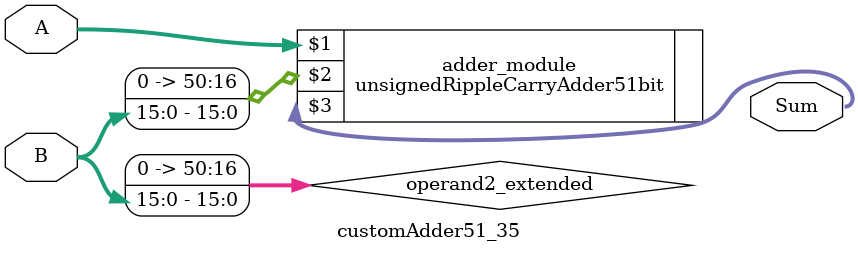
<source format=v>
module customAdder51_35(
                        input [50 : 0] A,
                        input [15 : 0] B,
                        
                        output [51 : 0] Sum
                );

        wire [50 : 0] operand2_extended;
        
        assign operand2_extended =  {35'b0, B};
        
        unsignedRippleCarryAdder51bit adder_module(
            A,
            operand2_extended,
            Sum
        );
        
        endmodule
        
</source>
